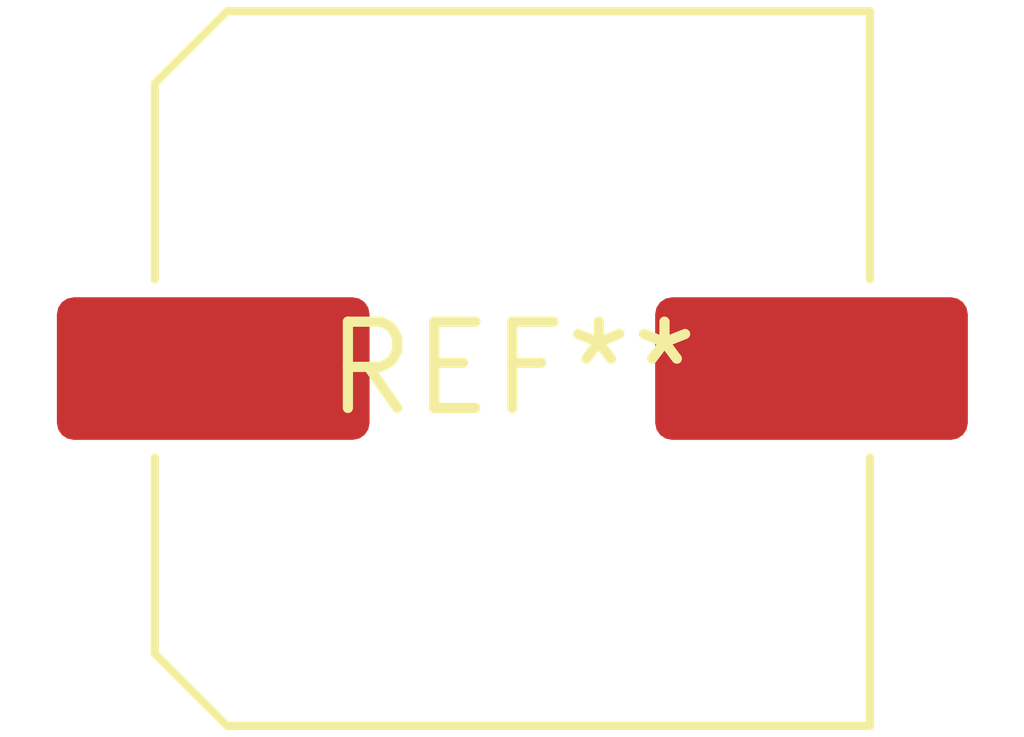
<source format=kicad_pcb>
(kicad_pcb (version 20240108) (generator pcbnew)
  (layers (0 "F.Cu" signal) (31 "B.Cu" signal) (34 "B.Paste" user) (35 "F.Paste" user) (36 "B.SilkS" user "B.Silkscreen") (37 "F.SilkS" user "F.Silkscreen") (38 "B.Mask" user) (39 "F.Mask" user) (44 "Edge.Cuts" user))
  (net 0 "")
  (footprint "C_Elec_10x10.2" (layer "F.Cu") (at 0 0)
    (property "Reference" "REF**")
    (property "Value" "C_Elec_10x10.2")
    (fp_line (start -5.26 -4.195563) (end -5.26 -1.31) (layer "F.SilkS") (stroke (width 0.12)))
    (fp_line (start -5.26 -4.195563) (end -4.195563 -5.26) (layer "F.SilkS") (stroke (width 0.12)))
    (fp_line (start -5.26 4.195563) (end -5.26 1.31) (layer "F.SilkS") (stroke (width 0.12)))
    (fp_line (start -5.26 4.195563) (end -4.195563 5.26) (layer "F.SilkS") (stroke (width 0.12)))
    (fp_line (start -4.195563 -5.26) (end 5.26 -5.26) (layer "F.SilkS") (stroke (width 0.12)))
    (fp_line (start -4.195563 5.26) (end 5.26 5.26) (layer "F.SilkS") (stroke (width 0.12)))
    (fp_line (start 5.26 -5.26) (end 5.26 -1.31) (layer "F.SilkS") (stroke (width 0.12)))
    (fp_line (start 5.26 5.26) (end 5.26 1.31) (layer "F.SilkS") (stroke (width 0.12)))
    (pad "1" smd roundrect (at -4.4 0) (size 4.6 2.1) (layers "F.Cu" "F.Paste" "F.Mask") (roundrect_rratio 0.119048))
    (pad "2" smd roundrect (at 4.4 0) (size 4.6 2.1) (layers "F.Cu" "F.Paste" "F.Mask") (roundrect_rratio 0.119048))
  )
)
</source>
